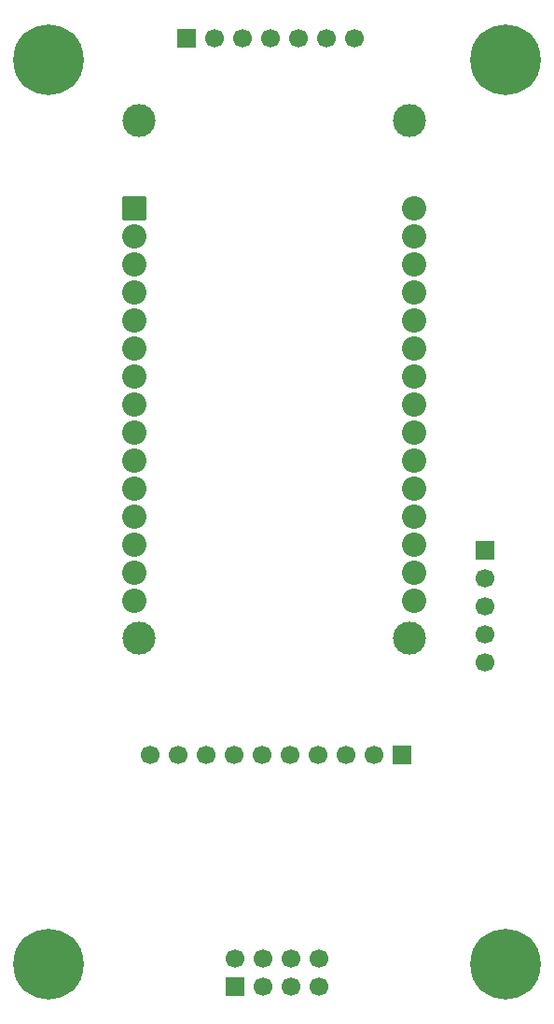
<source format=gbs>
%TF.GenerationSoftware,KiCad,Pcbnew,9.0.5*%
%TF.CreationDate,2025-12-06T00:57:17+01:00*%
%TF.ProjectId,DronePCB,44726f6e-6550-4434-922e-6b696361645f,rev?*%
%TF.SameCoordinates,Original*%
%TF.FileFunction,Soldermask,Bot*%
%TF.FilePolarity,Negative*%
%FSLAX46Y46*%
G04 Gerber Fmt 4.6, Leading zero omitted, Abs format (unit mm)*
G04 Created by KiCad (PCBNEW 9.0.5) date 2025-12-06 00:57:17*
%MOMM*%
%LPD*%
G01*
G04 APERTURE LIST*
G04 Aperture macros list*
%AMRoundRect*
0 Rectangle with rounded corners*
0 $1 Rounding radius*
0 $2 $3 $4 $5 $6 $7 $8 $9 X,Y pos of 4 corners*
0 Add a 4 corners polygon primitive as box body*
4,1,4,$2,$3,$4,$5,$6,$7,$8,$9,$2,$3,0*
0 Add four circle primitives for the rounded corners*
1,1,$1+$1,$2,$3*
1,1,$1+$1,$4,$5*
1,1,$1+$1,$6,$7*
1,1,$1+$1,$8,$9*
0 Add four rect primitives between the rounded corners*
20,1,$1+$1,$2,$3,$4,$5,0*
20,1,$1+$1,$4,$5,$6,$7,0*
20,1,$1+$1,$6,$7,$8,$9,0*
20,1,$1+$1,$8,$9,$2,$3,0*%
G04 Aperture macros list end*
%ADD10C,6.400000*%
%ADD11C,1.700000*%
%ADD12R,1.700000X1.700000*%
%ADD13C,2.204000*%
%ADD14RoundRect,0.102000X-1.000000X-1.000000X1.000000X-1.000000X1.000000X1.000000X-1.000000X1.000000X0*%
%ADD15C,3.000000*%
G04 APERTURE END LIST*
D10*
%TO.C,H1*%
X22000000Y-104500000D03*
%TD*%
%TO.C,H2*%
X63500000Y-104500000D03*
%TD*%
%TO.C,H3*%
X22000000Y-22500000D03*
%TD*%
%TO.C,H4*%
X63500000Y-22500000D03*
%TD*%
D11*
%TO.C,SIGNAUX*%
X49800000Y-20600000D03*
X47260000Y-20600000D03*
X44720000Y-20600000D03*
X42180000Y-20600000D03*
X39640000Y-20600000D03*
X37100000Y-20600000D03*
D12*
X34560000Y-20600000D03*
%TD*%
D13*
%TO.C,U1*%
X55200000Y-35985000D03*
X55200000Y-38525000D03*
X55200000Y-41065000D03*
X55200000Y-43605000D03*
X55200000Y-46145000D03*
X55200000Y-48685000D03*
X55200000Y-51225000D03*
X55200000Y-53765000D03*
X55200000Y-56305000D03*
X55200000Y-58845000D03*
X55200000Y-61385000D03*
X55200000Y-63925000D03*
X55200000Y-66465000D03*
X55200000Y-69005000D03*
X55200000Y-71545000D03*
X29800000Y-71545000D03*
X29800000Y-69005000D03*
X29800000Y-66465000D03*
X29800000Y-63925000D03*
X29800000Y-61385000D03*
X29800000Y-58845000D03*
X29800000Y-56305000D03*
X29800000Y-53765000D03*
X29800000Y-51225000D03*
X29800000Y-48685000D03*
X29800000Y-46145000D03*
X29800000Y-43605000D03*
X29800000Y-41065000D03*
X29800000Y-38525000D03*
D14*
X29800000Y-35985000D03*
D15*
X54730000Y-74975000D03*
X54730000Y-28025000D03*
X30220000Y-74975000D03*
X30220000Y-28025000D03*
%TD*%
D12*
%TO.C,GY-271*%
X61600000Y-67000000D03*
D11*
X61600000Y-69540000D03*
X61600000Y-72080000D03*
X61600000Y-74620000D03*
X61600000Y-77160000D03*
%TD*%
D12*
%TO.C,MPU9265*%
X54080000Y-85500000D03*
D11*
X51540000Y-85500000D03*
X49000000Y-85500000D03*
X46460000Y-85500000D03*
X43920000Y-85500000D03*
X41380000Y-85500000D03*
X38840000Y-85500000D03*
X36300000Y-85500000D03*
X33760000Y-85500000D03*
X31220000Y-85500000D03*
%TD*%
D12*
%TO.C,NRF24L01*%
X38960000Y-106500000D03*
D11*
X38960000Y-103960000D03*
X41500000Y-106500000D03*
X41500000Y-103960000D03*
X44040000Y-106500000D03*
X44040000Y-103960000D03*
X46580000Y-106500000D03*
X46580000Y-103960000D03*
%TD*%
M02*

</source>
